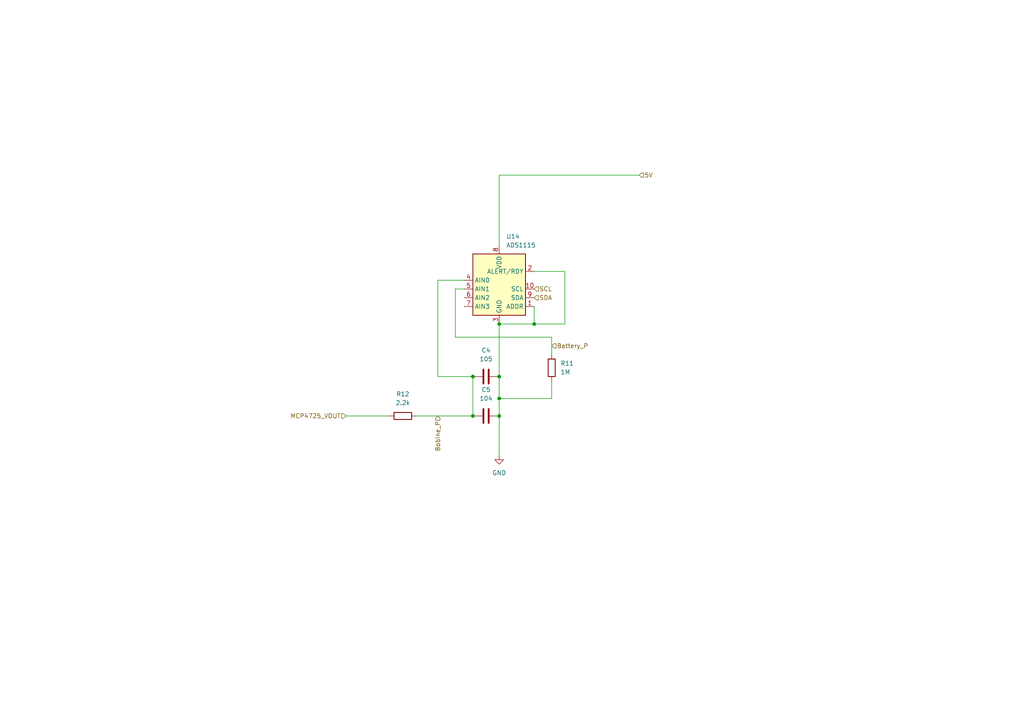
<source format=kicad_sch>
(kicad_sch (version 20211123) (generator eeschema)
  (paper "A4")
  (title_block (title "Bobine Resistance test + Battery voltage test") (date "2023-05-27") (rev "1") (company "Laetitia Dallinge Dev") (comment 1 "+41 79 584 48 57") (comment 2 "laetitia.dallinge@gmail.com") (comment 3 "Licence: GNU GPL V3"))
  (lib_symbols
    (symbol "Analog_ADC:ADS1115IDGS"
      (property "Reference" "U" (at 2.54 13.97 0))
      (property "Value" "ADS1115IDGS" (at 7.62 11.43 0))
      (symbol "ADS1115IDGS_0_1"
        (rectangle (start -7.62 10.16) (end 7.62 -7.62) (stroke (width 0.254)) (fill (type background)))
      )
      (symbol "ADS1115IDGS_1_1"
        (pin input line (at 10.16 -5.08 180) (length 2.54) (name "ADDR") (number "1"))
        (pin input line (at 10.16 0 180) (length 2.54) (name "SCL") (number "10"))
        (pin output line (at 10.16 5.08 180) (length 2.54) (name "ALERT/RDY") (number "2"))
        (pin power_in line (at 0 -10.16 90) (length 2.54) (name "GND") (number "3"))
        (pin input line (at -10.16 2.54 0) (length 2.54) (name "AIN0") (number "4"))
        (pin input line (at -10.16 0 0) (length 2.54) (name "AIN1") (number "5"))
        (pin input line (at -10.16 -2.54 0) (length 2.54) (name "AIN2") (number "6"))
        (pin input line (at -10.16 -5.08 0) (length 2.54) (name "AIN3") (number "7"))
        (pin power_in line (at 0 12.7 270) (length 2.54) (name "VDD") (number "8"))
        (pin bidirectional line (at 10.16 -2.54 180) (length 2.54) (name "SDA") (number "9"))
      )
    )
    (symbol "Device:C" (pin_numbers hide) (pin_names (offset 0.254))
      (property "Reference" "C" (at 0.635 2.54 0))
      (property "Value" "C" (at 0.635 -2.54 0))
      (symbol "C_0_1"
        (polyline (pts (xy -2.032 -0.762) (xy 2.032 -0.762)) (stroke (width 0.508)))
        (polyline (pts (xy -2.032 0.762) (xy 2.032 0.762)) (stroke (width 0.508)))
      )
      (symbol "C_1_1"
        (pin passive line (at 0 3.81 270) (length 2.794) (name "~") (number "1"))
        (pin passive line (at 0 -3.81 90) (length 2.794) (name "~") (number "2"))
      )
    )
    (symbol "Device:R" (pin_numbers hide) (pin_names (offset 0))
      (property "Reference" "R" (at 2.032 0 90))
      (property "Value" "R" (at 0 0 90))
      (symbol "R_0_1"
        (rectangle (start -1.016 -2.54) (end 1.016 2.54) (stroke (width 0.254)))
      )
      (symbol "R_1_1"
        (pin passive line (at 0 3.81 270) (length 1.27) (name "~") (number "1"))
        (pin passive line (at 0 -3.81 90) (length 1.27) (name "~") (number "2"))
      )
    )
    (symbol "power:GND" (power) (pin_names (offset 0))
      (property "Value" "GND" (at 0 -3.81 0))
      (symbol "GND_0_1"
        (polyline (pts (xy 0 0) (xy 0 -1.27) (xy 1.27 -1.27) (xy 0 -2.54) (xy -1.27 -1.27) (xy 0 -1.27)))
      )
      (symbol "GND_1_1"
        (pin power_in line (at 0 0 270) (length 0) hide (name "GND") (number "1"))
      )
    )
  )
  (junction (at 137.16 120.65))
  (junction (at 144.78 109.22))
  (junction (at 144.78 93.98))
  (junction (at 144.78 115.57))
  (junction (at 137.16 109.22))
  (junction (at 144.78 120.65))
  (junction (at 154.94 93.98))
  (wire (pts (xy 137.16 120.65) (xy 120.65 120.65)))
  (wire (pts (xy 144.78 109.22) (xy 144.78 115.57)))
  (wire (pts (xy 160.02 97.79) (xy 160.02 102.87)))
  (wire (pts (xy 154.94 78.74) (xy 163.83 78.74)))
  (wire (pts (xy 137.16 109.22) (xy 137.16 120.65)))
  (wire (pts (xy 163.83 78.74) (xy 163.83 93.98)))
  (wire (pts (xy 163.83 93.98) (xy 154.94 93.98)))
  (wire (pts (xy 132.08 83.82) (xy 132.08 97.79)))
  (wire (pts (xy 160.02 115.57) (xy 144.78 115.57)))
  (wire (pts (xy 144.78 71.12) (xy 144.78 50.8)))
  (wire (pts (xy 144.78 120.65) (xy 144.78 132.08)))
  (wire (pts (xy 127 81.28) (xy 127 109.22)))
  (wire (pts (xy 134.62 81.28) (xy 127 81.28)))
  (wire (pts (xy 132.08 97.79) (xy 160.02 97.79)))
  (wire (pts (xy 154.94 88.9) (xy 154.94 93.98)))
  (wire (pts (xy 100.33 120.65) (xy 113.03 120.65)))
  (wire (pts (xy 144.78 93.98) (xy 144.78 109.22)))
  (wire (pts (xy 134.62 83.82) (xy 132.08 83.82)))
  (wire (pts (xy 154.94 93.98) (xy 144.78 93.98)))
  (wire (pts (xy 144.78 50.8) (xy 185.42 50.8)))
  (wire (pts (xy 127 109.22) (xy 137.16 109.22)))
  (wire (pts (xy 144.78 115.57) (xy 144.78 120.65)))
  (wire (pts (xy 160.02 110.49) (xy 160.02 115.57)))
  (hierarchical_label "5V" (shape input) (at 185.42 50.8 0))
  (hierarchical_label "Bobine_P" (shape input) (at 127 120.65 270))
  (hierarchical_label "SDA" (shape input) (at 154.94 86.36 0))
  (hierarchical_label "SCL" (shape input) (at 154.94 83.82 0))
  (hierarchical_label "Battery_P" (shape input) (at 160.02 100.33 0))
  (hierarchical_label "MCP4725_VOUT" (shape input) (at 100.33 120.65 180))
  (symbol (lib_id "power:GND") (at 144.78 132.08 0) (unit 1)
    (property "Reference" "#PWR?" (effects hide))
    (property "Value" "GND" (at 144.78 137.16 0))
  )
  (symbol (lib_id "Device:R") (at 116.84 120.65 270) (unit 1)
    (property "Reference" "R12" (at 116.84 114.3 90))
    (property "Value" "2.2k" (at 116.84 116.84 90))
  )
  (symbol (lib_id "Device:C") (at 140.97 109.22 90) (unit 1)
    (property "Reference" "C4" (at 140.97 101.6 90))
    (property "Value" "105" (at 140.97 104.14 90))
  )
  (symbol (lib_id "Analog_ADC:ADS1115IDGS") (at 144.78 83.82 0) (unit 1)
    (property "Reference" "U14" (at 146.7994 68.58 0) (effects (justify left)))
    (property "Value" "ADS1115" (at 146.7994 71.12 0) (effects (justify left)))
    (property "Footprint" "Package_SO:TSSOP-10_3x3mm_P0.5mm" (effects hide))
    (property "Datasheet" "http://www.ti.com/lit/ds/symlink/ads1113.pdf" (effects hide))
  )
  (symbol (lib_id "Device:C") (at 140.97 120.65 270) (unit 1)
    (property "Reference" "C5" (at 140.97 113.03 90))
    (property "Value" "104" (at 140.97 115.57 90))
  )
  (symbol (lib_id "Device:R") (at 160.02 106.68 0) (unit 1)
    (property "Reference" "R11" (at 162.56 105.4099 0) (effects (justify left)))
    (property "Value" "1M" (at 162.56 107.9499 0) (effects (justify left)))
  )
)
</source>
